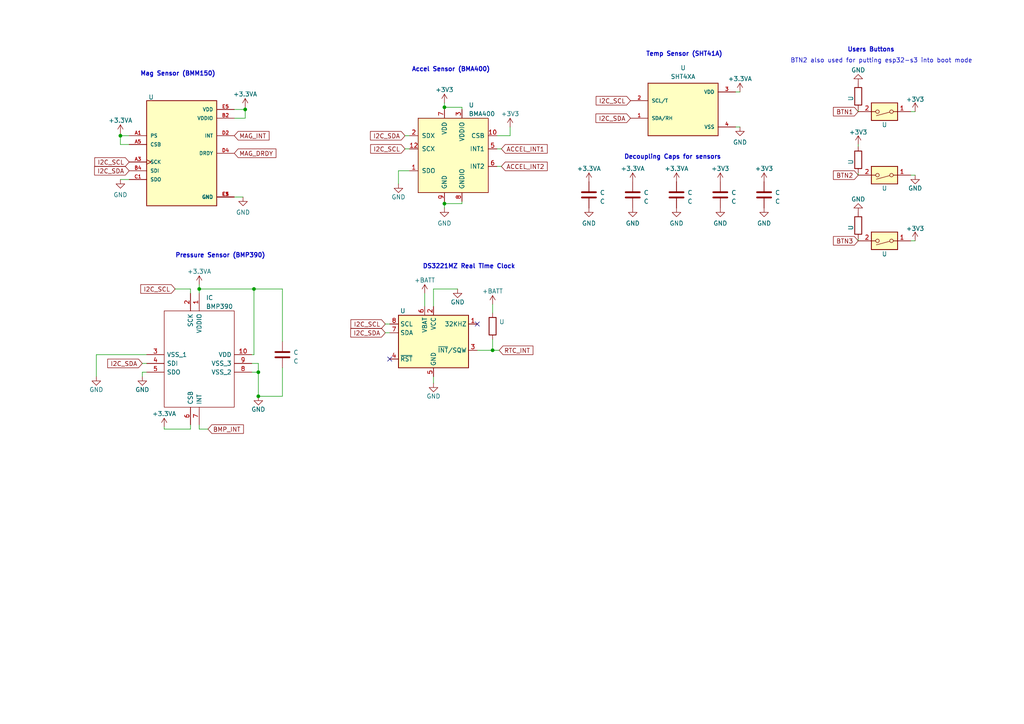
<source format=kicad_sch>
(kicad_sch (version 20220404) (generator eeschema)
  (paper "A4")
  (title_block (title "Watchy-Esp32-s3") (date "2022-08-25") (rev "V1.1") (company "MrT Stephens"))
  (lib_symbols
    (symbol "BMM150:BMM150" (pin_names (offset 1.016))
      (property "Reference" "U" (at -10.16 16.51 0))
      (property "Value" "BMM150" (at -10.16 -16.51 0))
      (symbol "BMM150_0_0"
        (rectangle (start -10.16 -15.24) (end 10.16 15.24) (stroke (width 0.254)) (fill (type background)))
        (pin input line (at -15.24 5.08 0) (length 5.08) (name "PS") (number "A1"))
        (pin input clock (at -15.24 -2.54 0) (length 5.08) (name "SCK") (number "A3"))
        (pin input line (at -15.24 2.54 0) (length 5.08) (name "CSB") (number "A5"))
        (pin power_in line (at 15.24 10.16 180) (length 5.08) (name "VDDIO") (number "B2"))
        (pin bidirectional line (at -15.24 -5.08 0) (length 5.08) (name "SDI") (number "B4"))
        (pin output line (at -15.24 -7.62 0) (length 5.08) (name "SDO") (number "C1"))
        (pin power_in line (at 15.24 -12.7 180) (length 5.08) (name "GND") (number "C5"))
        (pin output line (at 15.24 5.08 180) (length 5.08) (name "INT") (number "D2"))
        (pin output line (at 15.24 0 180) (length 5.08) (name "DRDY") (number "D4"))
        (pin power_in line (at 15.24 -12.7 180) (length 5.08) (name "GND") (number "E1"))
        (pin power_in line (at 15.24 -12.7 180) (length 5.08) (name "GND") (number "E3"))
        (pin power_in line (at 15.24 12.7 180) (length 5.08) (name "VDD") (number "E5"))
      )
    )
    (symbol "BMP390:BMP390" (pin_names (offset 0.762))
      (property "Reference" "IC" (at 26.67 17.78 0))
      (property "Value" "BMP390" (at 26.67 15.24 0))
      (symbol "BMP390_0_0"
        (pin passive line (at 15.24 17.78 270) (length 5.08) (name "VDDIO") (number "1"))
        (pin passive line (at 30.48 0 180) (length 5.08) (name "VDD") (number "10"))
        (pin passive line (at 12.7 17.78 270) (length 5.08) (name "SCK") (number "2"))
        (pin passive line (at 0 0 0) (length 5.08) (name "VSS_1") (number "3"))
        (pin passive line (at 0 -2.54 0) (length 5.08) (name "SDI") (number "4"))
        (pin passive line (at 0 -5.08 0) (length 5.08) (name "SDO") (number "5"))
        (pin passive line (at 12.7 -20.32 90) (length 5.08) (name "CSB") (number "6"))
        (pin passive line (at 15.24 -20.32 90) (length 5.08) (name "INT") (number "7"))
        (pin passive line (at 30.48 -5.08 180) (length 5.08) (name "VSS_2") (number "8"))
        (pin passive line (at 30.48 -2.54 180) (length 5.08) (name "VSS_3") (number "9"))
      )
      (symbol "BMP390_0_1"
        (polyline (pts (xy 5.08 12.7) (xy 25.4 12.7) (xy 25.4 -15.24) (xy 5.08 -15.24) (xy 5.08 12.7)) (stroke (width 0.1524)))
      )
    )
    (symbol "Device:C" (pin_numbers hide) (pin_names (offset 0.254))
      (property "Reference" "C" (at 0.635 2.54 0))
      (property "Value" "C" (at 0.635 -2.54 0))
      (symbol "C_0_1"
        (polyline (pts (xy -2.032 -0.762) (xy 2.032 -0.762)) (stroke (width 0.508)))
        (polyline (pts (xy -2.032 0.762) (xy 2.032 0.762)) (stroke (width 0.508)))
      )
      (symbol "C_1_1"
        (pin passive line (at 0 3.81 270) (length 2.794) (name "~") (number "1"))
        (pin passive line (at 0 -3.81 90) (length 2.794) (name "~") (number "2"))
      )
    )
    (symbol "Device:R" (pin_numbers hide) (pin_names (offset 0))
      (property "Reference" "R" (at 2.032 0 90))
      (property "Value" "R" (at 0 0 90))
      (symbol "R_0_1"
        (rectangle (start -1.016 -2.54) (end 1.016 2.54) (stroke (width 0.254)))
      )
      (symbol "R_1_1"
        (pin passive line (at 0 3.81 270) (length 1.27) (name "~") (number "1"))
        (pin passive line (at 0 -3.81 90) (length 1.27) (name "~") (number "2"))
      )
    )
    (symbol "SHT4XA:SHT4XA" (pin_names (offset 1.016))
      (property "Reference" "U" (at -10.16 8.89 0))
      (property "Value" "SHT4XA" (at -10.16 -10.16 0))
      (symbol "SHT4XA_0_0"
        (rectangle (start -10.16 -7.62) (end 10.16 7.62) (stroke (width 0.254)) (fill (type background)))
        (pin bidirectional line (at -15.24 -2.54 0) (length 5.08) (name "SDA/RH") (number "1"))
        (pin bidirectional line (at -15.24 2.54 0) (length 5.08) (name "SCL/T") (number "2"))
        (pin power_in line (at 15.24 5.08 180) (length 5.08) (name "VDD") (number "3"))
        (pin power_in line (at 15.24 -5.08 180) (length 5.08) (name "VSS") (number "4"))
      )
    )
    (symbol "Switch:SW_DIP_x01" (pin_names (offset 0) hide)
      (property "Reference" "SW" (at 0 3.81 0))
      (property "Value" "SW_DIP_x01" (at 0 -3.81 0))
      (symbol "SW_DIP_x01_0_0"
        (circle (center -2.032 0) (radius 0.508))
        (polyline (pts (xy -1.524 0.127) (xy 2.3622 1.1684)))
        (circle (center 2.032 0) (radius 0.508))
      )
      (symbol "SW_DIP_x01_0_1"
        (rectangle (start -3.81 2.54) (end 3.81 -2.54) (stroke (width 0.254)) (fill (type background)))
      )
      (symbol "SW_DIP_x01_1_1"
        (pin passive line (at -7.62 0 0) (length 5.08) (name "~") (number "1"))
        (pin passive line (at 7.62 0 180) (length 5.08) (name "~") (number "2"))
      )
    )
    (symbol "Timer_RTC:DS3231MZ"
      (property "Reference" "U" (at -7.62 8.89 0))
      (property "Value" "DS3231MZ" (at 11.43 8.89 0))
      (symbol "DS3231MZ_0_1"
        (rectangle (start -10.16 7.62) (end 10.16 -7.62) (stroke (width 0.254)) (fill (type background)))
      )
      (symbol "DS3231MZ_1_1"
        (pin open_collector line (at 12.7 5.08 180) (length 2.54) (name "32KHZ") (number "1"))
        (pin power_in line (at 0 10.16 270) (length 2.54) (name "VCC") (number "2"))
        (pin open_collector line (at 12.7 -2.54 180) (length 2.54) (name "~{INT}/SQW") (number "3"))
        (pin bidirectional line (at -12.7 -5.08 0) (length 2.54) (name "~{RST}") (number "4"))
        (pin power_in line (at 0 -10.16 90) (length 2.54) (name "GND") (number "5"))
        (pin power_in line (at -2.54 10.16 270) (length 2.54) (name "VBAT") (number "6"))
        (pin bidirectional line (at -12.7 2.54 0) (length 2.54) (name "SDA") (number "7"))
        (pin input line (at -12.7 5.08 0) (length 2.54) (name "SCL") (number "8"))
      )
    )
    (symbol "osw:BMA400" (pin_names (offset 1.016))
      (property "Reference" "U" (at -8.89 12.7 0))
      (property "Value" "BMA400" (at 7.62 12.7 0))
      (symbol "BMA400_0_0"
        (pin bidirectional line (at -12.7 -3.81 0) (length 2.54) (name "SDO") (number "1"))
        (pin input line (at 12.7 6.35 180) (length 2.54) (name "CSB") (number "10"))
        (pin no_connect line (at 10.16 -6.35 180) (length 2.54) hide (name "NC") (number "11"))
        (pin input line (at -12.7 2.54 0) (length 2.54) (name "SCX") (number "12"))
        (pin bidirectional line (at -12.7 6.35 0) (length 2.54) (name "SDX") (number "2"))
        (pin power_in line (at 2.54 13.97 270) (length 2.54) (name "VDDIO") (number "3"))
        (pin no_connect line (at 10.16 -8.89 180) (length 2.54) hide (name "NC") (number "4"))
        (pin output line (at 12.7 2.54 180) (length 2.54) (name "INT1") (number "5"))
        (pin output line (at 12.7 -2.54 180) (length 2.54) (name "INT2") (number "6"))
        (pin power_in line (at -2.54 13.97 270) (length 2.54) (name "VDD") (number "7"))
        (pin power_in line (at 2.54 -12.7 90) (length 2.54) (name "GNDIO") (number "8"))
        (pin power_in line (at -2.54 -12.7 90) (length 2.54) (name "GND") (number "9"))
      )
      (symbol "BMA400_0_1"
        (rectangle (start -10.16 11.43) (end 10.16 -10.16) (stroke (width 0.2032)) (fill (type background)))
      )
    )
    (symbol "power:+3.3VA" (power) (pin_names (offset 0))
      (property "Value" "+3.3VA" (at 0 3.556 0))
      (symbol "+3.3VA_0_1"
        (polyline (pts (xy -0.762 1.27) (xy 0 2.54)))
        (polyline (pts (xy 0 0) (xy 0 2.54)))
        (polyline (pts (xy 0 2.54) (xy 0.762 1.27)))
      )
      (symbol "+3.3VA_1_1"
        (pin power_in line (at 0 0 90) (length 0) hide (name "+3.3VA") (number "1"))
      )
    )
    (symbol "power:+3V3" (power) (pin_names (offset 0))
      (property "Value" "+3V3" (at 0 3.556 0))
      (symbol "+3V3_0_1"
        (polyline (pts (xy -0.762 1.27) (xy 0 2.54)))
        (polyline (pts (xy 0 0) (xy 0 2.54)))
        (polyline (pts (xy 0 2.54) (xy 0.762 1.27)))
      )
      (symbol "+3V3_1_1"
        (pin power_in line (at 0 0 90) (length 0) hide (name "+3V3") (number "1"))
      )
    )
    (symbol "power:+BATT" (power) (pin_names (offset 0))
      (property "Value" "+BATT" (at 0 3.556 0))
      (symbol "+BATT_0_1"
        (polyline (pts (xy -0.762 1.27) (xy 0 2.54)))
        (polyline (pts (xy 0 0) (xy 0 2.54)))
        (polyline (pts (xy 0 2.54) (xy 0.762 1.27)))
      )
      (symbol "+BATT_1_1"
        (pin power_in line (at 0 0 90) (length 0) hide (name "+BATT") (number "1"))
      )
    )
    (symbol "power:GND" (power) (pin_names (offset 0))
      (property "Value" "GND" (at 0 -3.81 0))
      (symbol "GND_0_1"
        (polyline (pts (xy 0 0) (xy 0 -1.27) (xy 1.27 -1.27) (xy 0 -2.54) (xy -1.27 -1.27) (xy 0 -1.27)))
      )
      (symbol "GND_1_1"
        (pin power_in line (at 0 0 270) (length 0) hide (name "GND") (number "1"))
      )
    )
  )
  (junction (at 34.925 39.37))
  (junction (at 74.93 114.935))
  (junction (at 128.905 31.115))
  (junction (at 57.785 83.82))
  (junction (at 71.12 31.75))
  (junction (at 74.93 107.95))
  (junction (at 142.875 101.6))
  (junction (at 128.905 59.055))
  (junction (at 73.66 83.82))
  (no_connect (at 113.03 104.14))
  (no_connect (at 138.43 93.98))
  (wire (pts (xy 214.63 36.83) (xy 213.36 36.83)))
  (wire (pts (xy 57.785 83.82) (xy 57.785 85.09)))
  (wire (pts (xy 55.245 83.82) (xy 50.8 83.82)))
  (wire (pts (xy 111.76 93.98) (xy 113.03 93.98)))
  (wire (pts (xy 27.94 109.22) (xy 27.94 102.87)))
  (wire (pts (xy 47.625 124.46) (xy 55.245 124.46)))
  (wire (pts (xy 34.925 52.07) (xy 37.465 52.07)))
  (wire (pts (xy 73.025 102.87) (xy 73.66 102.87)))
  (wire (pts (xy 142.875 101.6) (xy 144.78 101.6)))
  (wire (pts (xy 34.925 38.735) (xy 34.925 39.37)))
  (wire (pts (xy 57.785 123.19) (xy 57.785 124.46)))
  (wire (pts (xy 128.905 31.115) (xy 128.905 31.75)))
  (wire (pts (xy 265.43 69.85) (xy 264.16 69.85)))
  (wire (pts (xy 147.955 36.83) (xy 147.955 39.37)))
  (wire (pts (xy 128.905 29.845) (xy 128.905 31.115)))
  (wire (pts (xy 265.43 50.8) (xy 264.16 50.8)))
  (wire (pts (xy 74.93 114.935) (xy 74.93 107.95)))
  (wire (pts (xy 147.955 39.37) (xy 144.145 39.37)))
  (wire (pts (xy 117.475 39.37) (xy 118.745 39.37)))
  (wire (pts (xy 81.915 99.06) (xy 81.915 83.82)))
  (wire (pts (xy 115.57 53.34) (xy 115.57 49.53)))
  (wire (pts (xy 34.925 41.91) (xy 34.925 39.37)))
  (wire (pts (xy 41.275 105.41) (xy 42.545 105.41)))
  (wire (pts (xy 81.915 83.82) (xy 73.66 83.82)))
  (wire (pts (xy 214.63 26.67) (xy 213.36 26.67)))
  (wire (pts (xy 248.92 41.91) (xy 248.92 42.545)))
  (wire (pts (xy 34.925 39.37) (xy 37.465 39.37)))
  (wire (pts (xy 74.93 105.41) (xy 74.93 107.95)))
  (wire (pts (xy 128.905 58.42) (xy 128.905 59.055)))
  (wire (pts (xy 133.985 31.75) (xy 133.985 31.115)))
  (wire (pts (xy 125.73 83.82) (xy 125.73 88.9)))
  (wire (pts (xy 248.92 50.165) (xy 248.92 50.8)))
  (wire (pts (xy 73.66 83.82) (xy 73.66 102.87)))
  (wire (pts (xy 145.415 48.26) (xy 144.145 48.26)))
  (wire (pts (xy 57.785 124.46) (xy 60.325 124.46)))
  (wire (pts (xy 47.625 123.825) (xy 47.625 124.46)))
  (wire (pts (xy 55.245 123.19) (xy 55.245 124.46)))
  (wire (pts (xy 128.905 59.055) (xy 128.905 60.325)))
  (wire (pts (xy 145.415 43.18) (xy 144.145 43.18)))
  (wire (pts (xy 248.92 31.75) (xy 248.92 32.385)))
  (wire (pts (xy 265.43 32.385) (xy 264.16 32.385)))
  (wire (pts (xy 123.19 85.09) (xy 123.19 88.9)))
  (wire (pts (xy 57.785 83.82) (xy 73.66 83.82)))
  (wire (pts (xy 67.945 34.29) (xy 71.12 34.29)))
  (wire (pts (xy 142.875 88.265) (xy 142.875 90.805)))
  (wire (pts (xy 41.275 107.95) (xy 42.545 107.95)))
  (wire (pts (xy 71.12 31.115) (xy 71.12 31.75)))
  (wire (pts (xy 142.875 98.425) (xy 142.875 101.6)))
  (wire (pts (xy 81.915 106.68) (xy 81.915 114.935)))
  (wire (pts (xy 133.985 31.115) (xy 128.905 31.115)))
  (wire (pts (xy 74.93 107.95) (xy 73.025 107.95)))
  (wire (pts (xy 55.245 85.09) (xy 55.245 83.82)))
  (wire (pts (xy 133.985 58.42) (xy 133.985 59.055)))
  (wire (pts (xy 71.12 34.29) (xy 71.12 31.75)))
  (wire (pts (xy 125.73 111.125) (xy 125.73 109.22)))
  (wire (pts (xy 34.925 41.91) (xy 37.465 41.91)))
  (wire (pts (xy 73.025 105.41) (xy 74.93 105.41)))
  (wire (pts (xy 27.94 102.87) (xy 42.545 102.87)))
  (wire (pts (xy 41.275 109.22) (xy 41.275 107.95)))
  (wire (pts (xy 67.945 57.15) (xy 70.485 57.15)))
  (wire (pts (xy 81.915 114.935) (xy 74.93 114.935)))
  (wire (pts (xy 111.76 96.52) (xy 113.03 96.52)))
  (wire (pts (xy 248.92 69.215) (xy 248.92 69.85)))
  (wire (pts (xy 128.905 59.055) (xy 133.985 59.055)))
  (wire (pts (xy 138.43 101.6) (xy 142.875 101.6)))
  (wire (pts (xy 67.945 31.75) (xy 71.12 31.75)))
  (wire (pts (xy 132.715 83.82) (xy 125.73 83.82)))
  (wire (pts (xy 117.475 43.18) (xy 118.745 43.18)))
  (wire (pts (xy 115.57 49.53) (xy 118.745 49.53)))
  (wire (pts (xy 57.785 82.55) (xy 57.785 83.82)))
  (text "Pressure Sensor (BMP390)" (at 50.8 74.93 0) (effects (font (size 1.27 1.27) bold) (justify left bottom)))
  (text "Accel Sensor (BMA400)" (at 119.38 20.955 0) (effects (font (size 1.27 1.27) bold) (justify left bottom)))
  (text "Users Buttons" (at 245.745 15.24 0) (effects (font (size 1.27 1.27) bold) (justify left bottom)))
  (text "DS3221MZ Real Time Clock" (at 122.555 78.105 0) (effects (font (size 1.27 1.27) bold) (justify left bottom)))
  (text "Mag Sensor (BMM150)" (at 40.64 22.225 0) (effects (font (size 1.27 1.27) (thickness 0.254) bold) (justify left bottom)))
  (text "Temp Sensor (SHT41A)" (at 187.325 16.51 0) (effects (font (size 1.27 1.27) bold) (justify left bottom)))
  (text "Decoupling Caps for sensors" (at 180.975 46.355 0) (effects (font (size 1.27 1.27) bold) (justify left bottom)))
  (text "BTN2 also used for putting esp32-s3 into boot mode" (at 229.235 18.415 0) (effects (font (size 1.27 1.27)) (justify left bottom)))
  (global_label "I2C_SCL" (shape input) (at 37.465 46.99 180) (property "Intersheetrefs" "${INTERSHEET_REFS}" (effects hide)))
  (global_label "BMP_INT" (shape input) (at 60.325 124.46 0) (property "Intersheetrefs" "${INTERSHEET_REFS}" (effects hide)))
  (global_label "I2C_SCL" (shape input) (at 111.76 93.98 180) (property "Intersheetrefs" "${INTERSHEET_REFS}" (effects hide)))
  (global_label "I2C_SDA" (shape input) (at 37.465 49.53 180) (property "Intersheetrefs" "${INTERSHEET_REFS}" (effects hide)))
  (global_label "I2C_SDA" (shape input) (at 111.76 96.52 180) (property "Intersheetrefs" "${INTERSHEET_REFS}" (effects hide)))
  (global_label "RTC_INT" (shape input) (at 144.78 101.6 0) (property "Intersheetrefs" "${INTERSHEET_REFS}" (effects hide)))
  (global_label "BTN3" (shape input) (at 248.92 69.85 180) (property "Intersheetrefs" "${INTERSHEET_REFS}" (effects hide)))
  (global_label "I2C_SCL" (shape input) (at 182.88 29.21 180) (property "Intersheetrefs" "${INTERSHEET_REFS}" (effects hide)))
  (global_label "I2C_SDA" (shape input) (at 182.88 34.29 180) (property "Intersheetrefs" "${INTERSHEET_REFS}" (effects hide)))
  (global_label "MAG_DRDY" (shape input) (at 67.945 44.45 0) (property "Intersheetrefs" "${INTERSHEET_REFS}" (effects hide)))
  (global_label "BTN1" (shape input) (at 248.92 32.385 180) (property "Intersheetrefs" "${INTERSHEET_REFS}" (effects hide)))
  (global_label "BTN2" (shape input) (at 248.92 50.8 180) (property "Intersheetrefs" "${INTERSHEET_REFS}" (effects hide)))
  (global_label "I2C_SCL" (shape input) (at 50.8 83.82 180) (property "Intersheetrefs" "${INTERSHEET_REFS}" (effects hide)))
  (global_label "MAG_INT" (shape input) (at 67.945 39.37 0) (property "Intersheetrefs" "${INTERSHEET_REFS}" (effects hide)))
  (global_label "ACCEL_INT2" (shape input) (at 145.415 48.26 0) (property "Intersheetrefs" "${INTERSHEET_REFS}" (effects hide)))
  (global_label "I2C_SCL" (shape input) (at 117.475 43.18 180) (property "Intersheetrefs" "${INTERSHEET_REFS}" (effects hide)))
  (global_label "ACCEL_INT1" (shape input) (at 145.415 43.18 0) (property "Intersheetrefs" "${INTERSHEET_REFS}" (effects hide)))
  (global_label "I2C_SDA" (shape input) (at 41.275 105.41 180) (property "Intersheetrefs" "${INTERSHEET_REFS}" (effects hide)))
  (global_label "I2C_SDA" (shape input) (at 117.475 39.37 180) (property "Intersheetrefs" "${INTERSHEET_REFS}" (effects hide)))
  (symbol (lib_id "power:GND") (at 128.905 60.325 0) (unit 1)
    (default_instance (reference "#PWR") (unit 1) (value "GND") (footprint ""))
    (property "Reference" "#PWR" (effects hide))
    (property "Value" "GND" (at 128.905 64.77 0))
  )
  (symbol (lib_id "power:+3V3") (at 147.955 36.83 0) (unit 1)
    (default_instance (reference "#PWR") (unit 1) (value "+3V3") (footprint ""))
    (property "Reference" "#PWR" (effects hide))
    (property "Value" "+3V3" (at 147.955 33.02 0))
  )
  (symbol (lib_id "BMM150:BMM150") (at 52.705 44.45 0) (unit 1)
    (default_instance (reference "U") (unit 1) (value "") (footprint ""))
    (property "Reference" "U" (at 43.815 28.194 0))
    (property "MP" "BMM150" (effects hide))
    (property "AVAILABILITY" "Unavailable" (effects hide))
    (property "PRICE" "None" (effects hide))
    (property "DESCRIPTION" "BMM150 Series 3.6 V Surface Mount Three-Axis Geomagnetic Sensor - WLCSP-12" (effects hide))
    (property "MF" "Bosch Sensortec" (effects hide))
    (property "PACKAGE" "WLCSP-12 Bosch" (effects hide))
  )
  (symbol (lib_id "Switch:SW_DIP_x01") (at 256.54 32.385 180) (unit 1)
    (default_instance (reference "U") (unit 1) (value "") (footprint ""))
    (property "Reference" "U" (at 256.54 36.195 0))
  )
  (symbol (lib_id "power:GND") (at 265.43 50.8 0) (unit 1)
    (default_instance (reference "U") (unit 1) (value "") (footprint ""))
    (property "Reference" "U" (effects hide))
  )
  (symbol (lib_id "power:GND") (at 170.815 60.325 0) (unit 1)
    (default_instance (reference "#PWR") (unit 1) (value "GND") (footprint ""))
    (property "Reference" "#PWR" (effects hide))
    (property "Value" "GND" (at 170.815 64.77 0))
  )
  (symbol (lib_id "SHT4XA:SHT4XA") (at 198.12 31.75 0) (unit 1)
    (default_instance (reference "U") (unit 1) (value "SHT4XA") (footprint "SHT4XA"))
    (property "Reference" "U" (at 198.12 19.685 0))
    (property "Value" "SHT4XA" (at 198.12 22.225 0))
    (property "Footprint" "SHT4XA" (effects hide))
  )
  (symbol (lib_id "Device:R") (at 248.92 65.405 0) (unit 1)
    (default_instance (reference "U") (unit 1) (value "") (footprint ""))
    (property "Reference" "U" (at 246.761 66.802 90) (effects (justify left)))
  )
  (symbol (lib_id "power:+3.3VA") (at 196.215 52.705 0) (unit 1)
    (default_instance (reference "#PWR") (unit 1) (value "+3.3VA") (footprint ""))
    (property "Reference" "#PWR" (effects hide))
    (property "Value" "+3.3VA" (at 196.215 48.895 0))
  )
  (symbol (lib_id "power:GND") (at 125.73 111.125 0) (unit 1)
    (default_instance (reference "U") (unit 1) (value "") (footprint ""))
    (property "Reference" "U" (effects hide))
  )
  (symbol (lib_id "power:GND") (at 41.275 109.22 0) (unit 1)
    (default_instance (reference "#PWR") (unit 1) (value "GND") (footprint ""))
    (property "Reference" "#PWR" (effects hide))
    (property "Value" "GND" (at 41.275 113.03 0))
  )
  (symbol (lib_id "Device:C") (at 221.615 56.515 0) (unit 1)
    (default_instance (reference "C") (unit 1) (value "C") (footprint ""))
    (property "Reference" "C" (at 224.79 55.88 0) (effects (justify left)))
    (property "Value" "C" (at 224.79 58.42 0) (effects (justify left)))
  )
  (symbol (lib_id "power:+3.3VA") (at 214.63 26.67 0) (unit 1)
    (default_instance (reference "#PWR") (unit 1) (value "+3.3VA") (footprint ""))
    (property "Reference" "#PWR" (effects hide))
    (property "Value" "+3.3VA" (at 214.63 22.86 0))
  )
  (symbol (lib_id "power:+3.3VA") (at 170.815 52.705 0) (unit 1)
    (default_instance (reference "#PWR") (unit 1) (value "+3.3VA") (footprint ""))
    (property "Reference" "#PWR" (effects hide))
    (property "Value" "+3.3VA" (at 170.815 48.895 0))
  )
  (symbol (lib_id "power:+3V3") (at 265.43 69.85 0) (unit 1)
    (default_instance (reference "U") (unit 1) (value "") (footprint ""))
    (property "Reference" "U" (effects hide))
  )
  (symbol (lib_id "power:GND") (at 132.715 83.82 0) (unit 1)
    (default_instance (reference "U") (unit 1) (value "") (footprint ""))
    (property "Reference" "U" (effects hide))
  )
  (symbol (lib_id "Device:C") (at 81.915 102.87 0) (unit 1)
    (default_instance (reference "C") (unit 1) (value "C") (footprint ""))
    (property "Reference" "C" (at 85.09 102.235 0) (effects (justify left)))
    (property "Value" "C" (at 85.09 104.775 0) (effects (justify left)))
  )
  (symbol (lib_id "Device:C") (at 196.215 56.515 0) (unit 1)
    (default_instance (reference "C") (unit 1) (value "C") (footprint ""))
    (property "Reference" "C" (at 199.39 55.88 0) (effects (justify left)))
    (property "Value" "C" (at 199.39 58.42 0) (effects (justify left)))
  )
  (symbol (lib_id "power:+3.3VA") (at 183.515 52.705 0) (unit 1)
    (default_instance (reference "#PWR") (unit 1) (value "+3.3VA") (footprint ""))
    (property "Reference" "#PWR" (effects hide))
    (property "Value" "+3.3VA" (at 183.515 48.895 0))
  )
  (symbol (lib_id "power:+3.3VA") (at 34.925 38.735 0) (unit 1)
    (default_instance (reference "#PWR") (unit 1) (value "+3.3VA") (footprint ""))
    (property "Reference" "#PWR" (effects hide))
    (property "Value" "+3.3VA" (at 34.925 34.925 0))
  )
  (symbol (lib_id "power:GND") (at 34.925 52.07 0) (unit 1)
    (default_instance (reference "#PWR") (unit 1) (value "GND") (footprint ""))
    (property "Reference" "#PWR" (effects hide))
    (property "Value" "GND" (at 34.925 56.515 0))
  )
  (symbol (lib_id "Switch:SW_DIP_x01") (at 256.54 69.85 180) (unit 1)
    (default_instance (reference "U") (unit 1) (value "") (footprint ""))
    (property "Reference" "U" (at 256.54 73.66 0))
  )
  (symbol (lib_id "power:+3.3VA") (at 71.12 31.115 0) (unit 1)
    (default_instance (reference "#PWR") (unit 1) (value "+3.3VA") (footprint ""))
    (property "Reference" "#PWR" (effects hide))
    (property "Value" "+3.3VA" (at 71.12 27.305 0))
  )
  (symbol (lib_id "power:+3V3") (at 265.43 32.385 0) (unit 1)
    (default_instance (reference "U") (unit 1) (value "") (footprint ""))
    (property "Reference" "U" (effects hide))
  )
  (symbol (lib_id "power:GND") (at 70.485 57.15 0) (unit 1)
    (default_instance (reference "#PWR") (unit 1) (value "GND") (footprint ""))
    (property "Reference" "#PWR" (effects hide))
    (property "Value" "GND" (at 70.485 61.595 0))
  )
  (symbol (lib_id "power:+BATT") (at 142.875 88.265 0) (unit 1)
    (default_instance (reference "#PWR") (unit 1) (value "+BATT") (footprint ""))
    (property "Reference" "#PWR" (effects hide))
    (property "Value" "+BATT" (at 142.875 84.455 0))
  )
  (symbol (lib_id "Device:R") (at 248.92 46.355 0) (unit 1)
    (default_instance (reference "U") (unit 1) (value "") (footprint ""))
    (property "Reference" "U" (at 246.761 47.752 90) (effects (justify left)))
  )
  (symbol (lib_id "power:+BATT") (at 123.19 85.09 0) (unit 1)
    (default_instance (reference "#PWR") (unit 1) (value "+BATT") (footprint ""))
    (property "Reference" "#PWR" (effects hide))
    (property "Value" "+BATT" (at 123.19 81.28 0))
  )
  (symbol (lib_id "power:GND") (at 221.615 60.325 0) (unit 1)
    (default_instance (reference "#PWR") (unit 1) (value "GND") (footprint ""))
    (property "Reference" "#PWR" (effects hide))
    (property "Value" "GND" (at 221.615 64.77 0))
  )
  (symbol (lib_id "BMP390:BMP390") (at 42.545 102.87 0) (unit 1)
    (default_instance (reference "IC") (unit 1) (value "BMP390") (footprint "BMP390"))
    (property "Reference" "IC" (at 59.7409 86.36 0) (effects (justify left)))
    (property "Value" "BMP390" (at 59.7409 88.9 0) (effects (justify left)))
    (property "Footprint" "BMP390" (effects hide))
    (property "Datasheet" "https://www.bosch-sensortec.com/media/boschsensortec/downloads/datasheets/bst-bmp390-ds002.pdf" (effects hide))
    (property "Description" "Board Mount Pressure Sensors" (effects hide))
    (property "Height" "0.8" (effects hide))
    (property "Manufacturer_Name" "Bosch Sensortec" (effects hide))
    (property "Manufacturer_Part_Number" "BMP390" (effects hide))
    (property "Mouser Part Number" "262-BMP390" (effects hide))
    (property "Mouser Price/Stock" "https://www.mouser.co.uk/ProductDetail/Bosch-Sensortec/BMP390?qs=QNEnbhJQKvYQVfvRMgo2YA%3D%3D" (effects hide))
    (property "Arrow Part Number" "BMP390" (effects hide))
    (property "Arrow Price/Stock" "https://www.arrow.com/en/products/bmp390/bosch?region=nac" (effects hide))
  )
  (symbol (lib_id "Device:R") (at 248.92 27.94 0) (unit 1)
    (default_instance (reference "U") (unit 1) (value "") (footprint ""))
    (property "Reference" "U" (at 246.761 29.337 90) (effects (justify left)))
  )
  (symbol (lib_id "power:GND") (at 248.92 24.13 180) (unit 1)
    (default_instance (reference "U") (unit 1) (value "") (footprint ""))
    (property "Reference" "U" (effects hide))
  )
  (symbol (lib_id "power:GND") (at 115.57 53.34 0) (unit 1)
    (default_instance (reference "#PWR") (unit 1) (value "GND") (footprint ""))
    (property "Reference" "#PWR" (effects hide))
    (property "Value" "GND" (at 115.57 57.15 0))
  )
  (symbol (lib_id "power:+3V3") (at 221.615 52.705 0) (unit 1)
    (default_instance (reference "#PWR") (unit 1) (value "+3V3") (footprint ""))
    (property "Reference" "#PWR" (effects hide))
    (property "Value" "+3V3" (at 221.615 48.895 0))
  )
  (symbol (lib_id "power:+3.3VA") (at 47.625 123.825 0) (unit 1)
    (default_instance (reference "#PWR") (unit 1) (value "+3.3VA") (footprint ""))
    (property "Reference" "#PWR" (effects hide))
    (property "Value" "+3.3VA" (at 47.625 120.015 0))
  )
  (symbol (lib_id "power:GND") (at 27.94 109.22 0) (unit 1)
    (default_instance (reference "#PWR") (unit 1) (value "GND") (footprint ""))
    (property "Reference" "#PWR" (effects hide))
    (property "Value" "GND" (at 27.94 113.03 0))
  )
  (symbol (lib_id "power:+3V3") (at 248.92 41.91 0) (unit 1)
    (default_instance (reference "U") (unit 1) (value "") (footprint ""))
    (property "Reference" "U" (effects hide))
  )
  (symbol (lib_id "power:+3.3VA") (at 57.785 82.55 0) (unit 1)
    (default_instance (reference "#PWR") (unit 1) (value "+3.3VA") (footprint ""))
    (property "Reference" "#PWR" (effects hide))
    (property "Value" "+3.3VA" (at 57.785 78.74 0))
  )
  (symbol (lib_id "Timer_RTC:DS3231MZ") (at 125.73 99.06 0) (unit 1)
    (default_instance (reference "U") (unit 1) (value "") (footprint ""))
    (property "Reference" "U" (at 116.84 90.17 0))
    (property "Datasheet" "http://datasheets.maximintegrated.com/en/ds/DS3231M.pdf" (effects hide))
  )
  (symbol (lib_id "power:GND") (at 248.92 61.595 180) (unit 1)
    (default_instance (reference "U") (unit 1) (value "") (footprint ""))
    (property "Reference" "U" (effects hide))
  )
  (symbol (lib_id "power:+3V3") (at 208.915 52.705 0) (unit 1)
    (default_instance (reference "#PWR") (unit 1) (value "+3V3") (footprint ""))
    (property "Reference" "#PWR" (effects hide))
    (property "Value" "+3V3" (at 208.915 48.895 0))
  )
  (symbol (lib_id "Device:R") (at 142.875 94.615 0) (unit 1)
    (default_instance (reference "U") (unit 1) (value "") (footprint ""))
    (property "Reference" "U" (at 144.78 93.345 0) (effects (justify left)))
  )
  (symbol (lib_id "power:+3V3") (at 128.905 29.845 0) (unit 1)
    (default_instance (reference "#PWR") (unit 1) (value "+3V3") (footprint ""))
    (property "Reference" "#PWR" (effects hide))
    (property "Value" "+3V3" (at 128.905 26.035 0))
  )
  (symbol (lib_id "power:GND") (at 196.215 60.325 0) (unit 1)
    (default_instance (reference "#PWR") (unit 1) (value "GND") (footprint ""))
    (property "Reference" "#PWR" (effects hide))
    (property "Value" "GND" (at 196.215 64.77 0))
  )
  (symbol (lib_id "power:GND") (at 183.515 60.325 0) (unit 1)
    (default_instance (reference "#PWR") (unit 1) (value "GND") (footprint ""))
    (property "Reference" "#PWR" (effects hide))
    (property "Value" "GND" (at 183.515 64.77 0))
  )
  (symbol (lib_id "power:GND") (at 208.915 60.325 0) (unit 1)
    (default_instance (reference "#PWR") (unit 1) (value "GND") (footprint ""))
    (property "Reference" "#PWR" (effects hide))
    (property "Value" "GND" (at 208.915 64.77 0))
  )
  (symbol (lib_id "power:GND") (at 74.93 114.935 0) (unit 1)
    (default_instance (reference "#PWR") (unit 1) (value "GND") (footprint ""))
    (property "Reference" "#PWR" (effects hide))
    (property "Value" "GND" (at 74.93 118.745 0))
  )
  (symbol (lib_id "Switch:SW_DIP_x01") (at 256.54 50.8 180) (unit 1)
    (default_instance (reference "U") (unit 1) (value "") (footprint ""))
    (property "Reference" "U" (at 256.54 54.61 0))
  )
  (symbol (lib_id "Device:C") (at 208.915 56.515 0) (unit 1)
    (default_instance (reference "C") (unit 1) (value "C") (footprint ""))
    (property "Reference" "C" (at 212.09 55.88 0) (effects (justify left)))
    (property "Value" "C" (at 212.09 58.42 0) (effects (justify left)))
  )
  (symbol (lib_id "osw:BMA400") (at 131.445 45.72 0) (unit 1)
    (default_instance (reference "U") (unit 1) (value "BMA400") (footprint "open-Smartwatch:LGA-12_2x2mm_P0.5mm"))
    (property "Reference" "U" (at 135.9409 30.48 0) (effects (justify left)))
    (property "Value" "BMA400" (at 135.9409 33.02 0) (effects (justify left)))
    (property "Footprint" "open-Smartwatch:LGA-12_2x2mm_P0.5mm" (effects hide))
    (property "DigiKey_PN" "828-1081-1-ND" (effects hide))
    (property "Manufacturer" "Bosch Sensortec" (effects hide))
    (property "MPN" "BMA400" (effects hide))
  )
  (symbol (lib_id "power:GND") (at 214.63 36.83 0) (unit 1)
    (default_instance (reference "#PWR") (unit 1) (value "GND") (footprint ""))
    (property "Reference" "#PWR" (effects hide))
    (property "Value" "GND" (at 214.63 41.275 0))
  )
  (symbol (lib_id "Device:C") (at 170.815 56.515 0) (unit 1)
    (default_instance (reference "C") (unit 1) (value "C") (footprint ""))
    (property "Reference" "C" (at 173.99 55.88 0) (effects (justify left)))
    (property "Value" "C" (at 173.99 58.42 0) (effects (justify left)))
  )
  (symbol (lib_id "Device:C") (at 183.515 56.515 0) (unit 1)
    (default_instance (reference "C") (unit 1) (value "C") (footprint ""))
    (property "Reference" "C" (at 186.69 55.88 0) (effects (justify left)))
    (property "Value" "C" (at 186.69 58.42 0) (effects (justify left)))
  )
)
</source>
